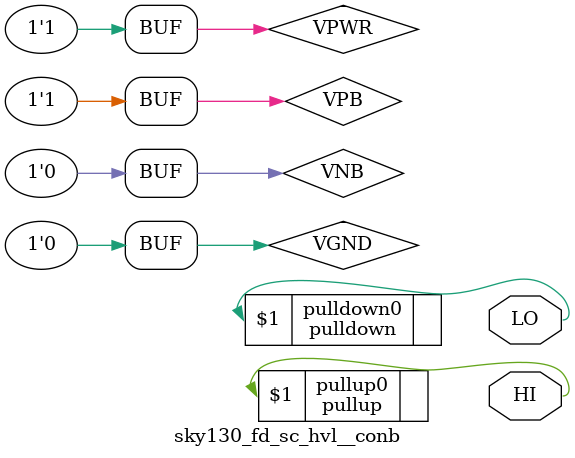
<source format=v>
/*
 * Copyright 2020 The SkyWater PDK Authors
 *
 * Licensed under the Apache License, Version 2.0 (the "License");
 * you may not use this file except in compliance with the License.
 * You may obtain a copy of the License at
 *
 *     https://www.apache.org/licenses/LICENSE-2.0
 *
 * Unless required by applicable law or agreed to in writing, software
 * distributed under the License is distributed on an "AS IS" BASIS,
 * WITHOUT WARRANTIES OR CONDITIONS OF ANY KIND, either express or implied.
 * See the License for the specific language governing permissions and
 * limitations under the License.
 *
 * SPDX-License-Identifier: Apache-2.0
*/


`ifndef SKY130_FD_SC_HVL__CONB_TIMING_V
`define SKY130_FD_SC_HVL__CONB_TIMING_V

/**
 * conb: Constant value, low, high outputs.
 *
 * Verilog simulation timing model.
 */

`timescale 1ns / 1ps
`default_nettype none

`celldefine
module sky130_fd_sc_hvl__conb (
    HI,
    LO
);

    // Module ports
    output HI;
    output LO;

    // Module supplies
    supply1 VPWR;
    supply0 VGND;
    supply1 VPB ;
    supply0 VNB ;

    //       Name       Output
    pullup   pullup0   (HI    );
    pulldown pulldown0 (LO    );

endmodule
`endcelldefine

`default_nettype wire
`endif  // SKY130_FD_SC_HVL__CONB_TIMING_V

</source>
